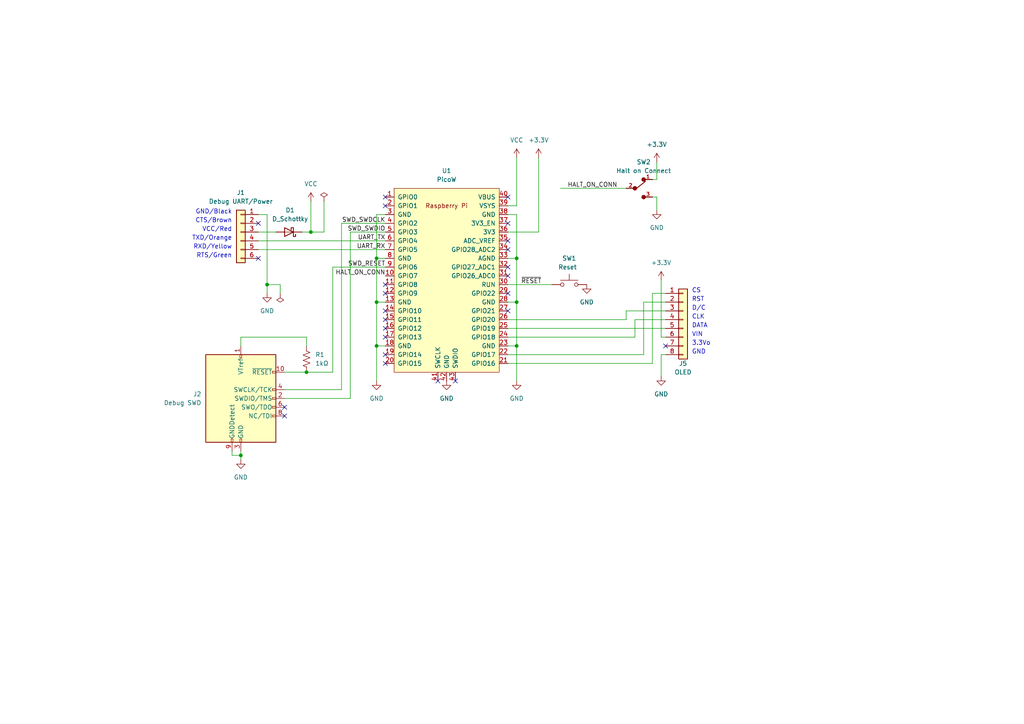
<source format=kicad_sch>
(kicad_sch (version 20231120) (generator "eeschema") (generator_version "8.0")
  (paper "A4")
  (title_block (title "MRI SWD Hardware Debugger Board") (date "2024-07-28") (rev "1.1"))
  (lib_symbols
    (symbol "Connector:Conn_ARM_JTAG_SWD_10" (pin_names (offset 1.016))
      (property "Reference" "J" (at -2.54 16.51 0))
      (property "Value" "Conn_ARM_JTAG_SWD_10" (at -2.54 13.97 0))
      (symbol "Conn_ARM_JTAG_SWD_10_0_1"
        (rectangle (start -10.16 12.7) (end 10.16 -12.7) (stroke (width 0.254)) (fill (type background)))
        (rectangle (start -2.794 -12.7) (end -2.286 -11.684))
        (rectangle (start -0.254 -12.7) (end 0.254 -11.684))
        (rectangle (start -0.254 12.7) (end 0.254 11.684))
        (rectangle (start 9.144 2.286) (end 10.16 2.794))
        (rectangle (start 10.16 -2.794) (end 9.144 -2.286))
        (rectangle (start 10.16 -0.254) (end 9.144 0.254))
        (rectangle (start 10.16 7.874) (end 9.144 7.366))
      )
      (symbol "Conn_ARM_JTAG_SWD_10_1_1"
        (rectangle (start 9.144 -5.334) (end 10.16 -4.826))
        (pin power_in line (at 0 15.24 270) (length 2.54) (name "VTref") (number "1"))
        (pin open_collector line (at 12.7 7.62 180) (length 2.54) (name "~{RESET}") (number "10"))
        (pin bidirectional line (at 12.7 0 180) (length 2.54) (name "SWDIO/TMS") (number "2"))
        (pin power_in line (at 0 -15.24 90) (length 2.54) (name "GND") (number "3"))
        (pin output line (at 12.7 2.54 180) (length 2.54) (name "SWCLK/TCK") (number "4"))
        (pin passive line (at 0 -15.24 90) (length 2.54) hide (name "GND") (number "5"))
        (pin input line (at 12.7 -2.54 180) (length 2.54) (name "SWO/TDO") (number "6"))
        (pin no_connect line (at -10.16 0 0) (length 2.54) hide (name "KEY") (number "7"))
        (pin output line (at 12.7 -5.08 180) (length 2.54) (name "NC/TDI") (number "8"))
        (pin passive line (at -2.54 -15.24 90) (length 2.54) (name "GNDDetect") (number "9"))
      )
    )
    (symbol "Connector_Generic:Conn_01x06" (pin_names (offset 1.016) hide)
      (property "Reference" "J" (at 0 7.62 0))
      (property "Value" "Conn_01x06" (at 0 -10.16 0))
      (symbol "Conn_01x06_1_1"
        (rectangle (start -1.27 -7.493) (end 0 -7.747) (stroke (width 0.1524)))
        (rectangle (start -1.27 -4.953) (end 0 -5.207) (stroke (width 0.1524)))
        (rectangle (start -1.27 -2.413) (end 0 -2.667) (stroke (width 0.1524)))
        (rectangle (start -1.27 0.127) (end 0 -0.127) (stroke (width 0.1524)))
        (rectangle (start -1.27 2.667) (end 0 2.413) (stroke (width 0.1524)))
        (rectangle (start -1.27 5.207) (end 0 4.953) (stroke (width 0.1524)))
        (rectangle (start -1.27 6.35) (end 1.27 -8.89) (stroke (width 0.254)) (fill (type background)))
        (pin passive line (at -5.08 5.08 0) (length 3.81) (name "Pin_1") (number "1"))
        (pin passive line (at -5.08 2.54 0) (length 3.81) (name "Pin_2") (number "2"))
        (pin passive line (at -5.08 0 0) (length 3.81) (name "Pin_3") (number "3"))
        (pin passive line (at -5.08 -2.54 0) (length 3.81) (name "Pin_4") (number "4"))
        (pin passive line (at -5.08 -5.08 0) (length 3.81) (name "Pin_5") (number "5"))
        (pin passive line (at -5.08 -7.62 0) (length 3.81) (name "Pin_6") (number "6"))
      )
    )
    (symbol "Connector_Generic:Conn_01x08" (pin_names (offset 1.016) hide)
      (property "Reference" "J" (at 0 10.16 0))
      (property "Value" "Conn_01x08" (at 0 -12.7 0))
      (symbol "Conn_01x08_1_1"
        (rectangle (start -1.27 -10.033) (end 0 -10.287) (stroke (width 0.1524)))
        (rectangle (start -1.27 -7.493) (end 0 -7.747) (stroke (width 0.1524)))
        (rectangle (start -1.27 -4.953) (end 0 -5.207) (stroke (width 0.1524)))
        (rectangle (start -1.27 -2.413) (end 0 -2.667) (stroke (width 0.1524)))
        (rectangle (start -1.27 0.127) (end 0 -0.127) (stroke (width 0.1524)))
        (rectangle (start -1.27 2.667) (end 0 2.413) (stroke (width 0.1524)))
        (rectangle (start -1.27 5.207) (end 0 4.953) (stroke (width 0.1524)))
        (rectangle (start -1.27 7.747) (end 0 7.493) (stroke (width 0.1524)))
        (rectangle (start -1.27 8.89) (end 1.27 -11.43) (stroke (width 0.254)) (fill (type background)))
        (pin passive line (at -5.08 7.62 0) (length 3.81) (name "Pin_1") (number "1"))
        (pin passive line (at -5.08 5.08 0) (length 3.81) (name "Pin_2") (number "2"))
        (pin passive line (at -5.08 2.54 0) (length 3.81) (name "Pin_3") (number "3"))
        (pin passive line (at -5.08 0 0) (length 3.81) (name "Pin_4") (number "4"))
        (pin passive line (at -5.08 -2.54 0) (length 3.81) (name "Pin_5") (number "5"))
        (pin passive line (at -5.08 -5.08 0) (length 3.81) (name "Pin_6") (number "6"))
        (pin passive line (at -5.08 -7.62 0) (length 3.81) (name "Pin_7") (number "7"))
        (pin passive line (at -5.08 -10.16 0) (length 3.81) (name "Pin_8") (number "8"))
      )
    )
    (symbol "Device:D_Schottky" (pin_numbers hide) (pin_names (offset 1.016) hide)
      (property "Reference" "D" (at 0 2.54 0))
      (property "Value" "D_Schottky" (at 0 -2.54 0))
      (symbol "D_Schottky_0_1"
        (polyline (pts (xy 1.27 0) (xy -1.27 0)))
        (polyline (pts (xy 1.27 1.27) (xy 1.27 -1.27) (xy -1.27 0) (xy 1.27 1.27)) (stroke (width 0.254)))
        (polyline (pts (xy -1.905 0.635) (xy -1.905 1.27) (xy -1.27 1.27) (xy -1.27 -1.27) (xy -0.635 -1.27) (xy -0.635 -0.635)) (stroke (width 0.254)))
      )
      (symbol "D_Schottky_1_1"
        (pin passive line (at -3.81 0 0) (length 2.54) (name "K") (number "1"))
        (pin passive line (at 3.81 0 180) (length 2.54) (name "A") (number "2"))
      )
    )
    (symbol "Device:R_US" (pin_numbers hide) (pin_names (offset 0))
      (property "Reference" "R" (at 2.54 0 90))
      (property "Value" "R_US" (at -2.54 0 90))
      (symbol "R_US_0_1"
        (polyline (pts (xy 0 -2.286) (xy 0 -2.54)))
        (polyline (pts (xy 0 2.286) (xy 0 2.54)))
        (polyline (pts (xy 0 -0.762) (xy 1.016 -1.143) (xy 0 -1.524) (xy -1.016 -1.905) (xy 0 -2.286)))
        (polyline (pts (xy 0 0.762) (xy 1.016 0.381) (xy 0 0) (xy -1.016 -0.381) (xy 0 -0.762)))
        (polyline (pts (xy 0 2.286) (xy 1.016 1.905) (xy 0 1.524) (xy -1.016 1.143) (xy 0 0.762)))
      )
      (symbol "R_US_1_1"
        (pin passive line (at 0 3.81 270) (length 1.27) (name "~") (number "1"))
        (pin passive line (at 0 -3.81 90) (length 1.27) (name "~") (number "2"))
      )
    )
    (symbol "JS102011JCQN:JS102011JCQN" (pin_names (offset 1.016))
      (property "Reference" "S" (at 0.0028 5.0871 0))
      (property "Value" "JS102011JCQN" (at 0.0013 -5.086 0))
      (symbol "JS102011JCQN_0_0"
        (circle (center -2.54 -0.254) (radius 0.254) (stroke (width 0.254)))
        (circle (center -2.54 0) (radius 0.254) (stroke (width 0.254)))
        (circle (center -2.54 0) (radius 0.3592) (stroke (width 0.254)))
        (circle (center -2.54 0) (radius 0.508) (stroke (width 0.254)))
        (circle (center -0.254 2.54) (radius 0.254) (stroke (width 0.254)))
        (circle (center 0 -2.794) (radius 0.254) (stroke (width 0.254)))
        (circle (center 0 -2.54) (radius 0.254) (stroke (width 0.254)))
        (circle (center 0 -2.54) (radius 0.508) (stroke (width 0.254)))
        (polyline (pts (xy -5.08 0) (xy -2.54 0)) (stroke (width 0.254)))
        (polyline (pts (xy -2.032 0) (xy 0.508 2.032)) (stroke (width 0.254)))
        (polyline (pts (xy 0 -2.54) (xy 2.54 -2.54)) (stroke (width 0.254)))
        (polyline (pts (xy 0 2.54) (xy 2.54 2.54)) (stroke (width 0.254)))
        (circle (center 0 2.54) (radius 0.254) (stroke (width 0.254)))
        (circle (center 0 2.54) (radius 0.3592) (stroke (width 0.254)))
        (circle (center 0 2.54) (radius 0.3592) (stroke (width 0.254)))
        (circle (center 0 2.54) (radius 0.508) (stroke (width 0.254)))
        (pin passive line (at 2.54 2.54 180) (length 2.54) (name "~") (number "1"))
        (pin passive line (at -5.08 0 0) (length 2.54) (name "~") (number "2"))
        (pin passive line (at 2.54 -2.54 180) (length 2.54) (name "~") (number "3"))
      )
    )
    (symbol "RPi_Pico:PicoW" (pin_names (offset 1.016))
      (property "Reference" "U" (at -13.97 27.94 0))
      (property "Value" "PicoW" (at 0 19.05 0))
      (symbol "PicoW_0_0"
        (text "Raspberry Pi" (at 0 21.59 0) (effects (font (size 1.27 1.27))))
      )
      (symbol "PicoW_0_1"
        (rectangle (start -15.24 26.67) (end 15.24 -26.67) (fill (type background)))
      )
      (symbol "PicoW_1_1"
        (pin bidirectional line (at -17.78 24.13 0) (length 2.54) (name "GPIO0") (number "1"))
        (pin bidirectional line (at -17.78 1.27 0) (length 2.54) (name "GPIO7") (number "10"))
        (pin bidirectional line (at -17.78 -1.27 0) (length 2.54) (name "GPIO8") (number "11"))
        (pin bidirectional line (at -17.78 -3.81 0) (length 2.54) (name "GPIO9") (number "12"))
        (pin power_in line (at -17.78 -6.35 0) (length 2.54) (name "GND") (number "13"))
        (pin bidirectional line (at -17.78 -8.89 0) (length 2.54) (name "GPIO10") (number "14"))
        (pin bidirectional line (at -17.78 -11.43 0) (length 2.54) (name "GPIO11") (number "15"))
        (pin bidirectional line (at -17.78 -13.97 0) (length 2.54) (name "GPIO12") (number "16"))
        (pin bidirectional line (at -17.78 -16.51 0) (length 2.54) (name "GPIO13") (number "17"))
        (pin power_in line (at -17.78 -19.05 0) (length 2.54) (name "GND") (number "18"))
        (pin bidirectional line (at -17.78 -21.59 0) (length 2.54) (name "GPIO14") (number "19"))
        (pin bidirectional line (at -17.78 21.59 0) (length 2.54) (name "GPIO1") (number "2"))
        (pin bidirectional line (at -17.78 -24.13 0) (length 2.54) (name "GPIO15") (number "20"))
        (pin bidirectional line (at 17.78 -24.13 180) (length 2.54) (name "GPIO16") (number "21"))
        (pin bidirectional line (at 17.78 -21.59 180) (length 2.54) (name "GPIO17") (number "22"))
        (pin power_in line (at 17.78 -19.05 180) (length 2.54) (name "GND") (number "23"))
        (pin bidirectional line (at 17.78 -16.51 180) (length 2.54) (name "GPIO18") (number "24"))
        (pin bidirectional line (at 17.78 -13.97 180) (length 2.54) (name "GPIO19") (number "25"))
        (pin bidirectional line (at 17.78 -11.43 180) (length 2.54) (name "GPIO20") (number "26"))
        (pin bidirectional line (at 17.78 -8.89 180) (length 2.54) (name "GPIO21") (number "27"))
        (pin power_in line (at 17.78 -6.35 180) (length 2.54) (name "GND") (number "28"))
        (pin bidirectional line (at 17.78 -3.81 180) (length 2.54) (name "GPIO22") (number "29"))
        (pin power_in line (at -17.78 19.05 0) (length 2.54) (name "GND") (number "3"))
        (pin input line (at 17.78 -1.27 180) (length 2.54) (name "RUN") (number "30"))
        (pin bidirectional line (at 17.78 1.27 180) (length 2.54) (name "GPIO26_ADC0") (number "31"))
        (pin bidirectional line (at 17.78 3.81 180) (length 2.54) (name "GPIO27_ADC1") (number "32"))
        (pin power_in line (at 17.78 6.35 180) (length 2.54) (name "AGND") (number "33"))
        (pin bidirectional line (at 17.78 8.89 180) (length 2.54) (name "GPIO28_ADC2") (number "34"))
        (pin unspecified line (at 17.78 11.43 180) (length 2.54) (name "ADC_VREF") (number "35"))
        (pin power_out line (at 17.78 13.97 180) (length 2.54) (name "3V3") (number "36"))
        (pin input line (at 17.78 16.51 180) (length 2.54) (name "3V3_EN") (number "37"))
        (pin power_in line (at 17.78 19.05 180) (length 2.54) (name "GND") (number "38"))
        (pin power_in line (at 17.78 21.59 180) (length 2.54) (name "VSYS") (number "39"))
        (pin bidirectional line (at -17.78 16.51 0) (length 2.54) (name "GPIO2") (number "4"))
        (pin unspecified line (at 17.78 24.13 180) (length 2.54) (name "VBUS") (number "40"))
        (pin input line (at -2.54 -29.21 90) (length 2.54) (name "SWCLK") (number "41"))
        (pin power_in line (at 0 -29.21 90) (length 2.54) (name "GND") (number "42"))
        (pin bidirectional line (at 2.54 -29.21 90) (length 2.54) (name "SWDIO") (number "43"))
        (pin bidirectional line (at -17.78 13.97 0) (length 2.54) (name "GPIO3") (number "5"))
        (pin bidirectional line (at -17.78 11.43 0) (length 2.54) (name "GPIO4") (number "6"))
        (pin bidirectional line (at -17.78 8.89 0) (length 2.54) (name "GPIO5") (number "7"))
        (pin power_in line (at -17.78 6.35 0) (length 2.54) (name "GND") (number "8"))
        (pin bidirectional line (at -17.78 3.81 0) (length 2.54) (name "GPIO6") (number "9"))
      )
    )
    (symbol "Switch:SW_Push" (pin_numbers hide) (pin_names (offset 1.016) hide)
      (property "Reference" "SW" (at 1.27 2.54 0))
      (property "Value" "SW_Push" (at 0 -1.524 0))
      (symbol "SW_Push_0_1"
        (circle (center -2.032 0) (radius 0.508))
        (polyline (pts (xy 0 1.27) (xy 0 3.048)))
        (polyline (pts (xy 2.54 1.27) (xy -2.54 1.27)))
        (circle (center 2.032 0) (radius 0.508))
        (pin passive line (at -5.08 0 0) (length 2.54) (name "1") (number "1"))
        (pin passive line (at 5.08 0 180) (length 2.54) (name "2") (number "2"))
      )
    )
    (symbol "power:+3.3V" (power) (pin_numbers hide) (pin_names (offset 0) hide)
      (property "Value" "+3.3V" (at 0 3.556 0))
      (symbol "+3.3V_0_1"
        (polyline (pts (xy -0.762 1.27) (xy 0 2.54)))
        (polyline (pts (xy 0 0) (xy 0 2.54)))
        (polyline (pts (xy 0 2.54) (xy 0.762 1.27)))
      )
      (symbol "+3.3V_1_1"
        (pin power_in line (at 0 0 90) (length 0) (name "~") (number "1"))
      )
    )
    (symbol "power:GND" (power) (pin_numbers hide) (pin_names (offset 0) hide)
      (property "Value" "GND" (at 0 -3.81 0))
      (symbol "GND_0_1"
        (polyline (pts (xy 0 0) (xy 0 -1.27) (xy 1.27 -1.27) (xy 0 -2.54) (xy -1.27 -1.27) (xy 0 -1.27)))
      )
      (symbol "GND_1_1"
        (pin power_in line (at 0 0 270) (length 0) (name "~") (number "1"))
      )
    )
    (symbol "power:PWR_FLAG" (power) (pin_numbers hide) (pin_names (offset 0) hide)
      (property "Value" "PWR_FLAG" (at 0 3.81 0))
      (symbol "PWR_FLAG_0_0"
        (pin power_out line (at 0 0 90) (length 0) (name "~") (number "1"))
      )
      (symbol "PWR_FLAG_0_1"
        (polyline (pts (xy 0 0) (xy 0 1.27) (xy -1.016 1.905) (xy 0 2.54) (xy 1.016 1.905) (xy 0 1.27)))
      )
    )
    (symbol "power:VCC" (power) (pin_numbers hide) (pin_names (offset 0) hide)
      (property "Value" "VCC" (at 0 3.556 0))
      (symbol "VCC_0_1"
        (polyline (pts (xy -0.762 1.27) (xy 0 2.54)))
        (polyline (pts (xy 0 0) (xy 0 2.54)))
        (polyline (pts (xy 0 2.54) (xy 0.762 1.27)))
      )
      (symbol "VCC_1_1"
        (pin power_in line (at 0 0 90) (length 0) (name "~") (number "1"))
      )
    )
  )
  (junction (at 77.47 82.55))
  (junction (at 149.86 87.63))
  (junction (at 109.22 74.93))
  (junction (at 109.22 100.33))
  (junction (at 69.85 132.08))
  (junction (at 109.22 87.63))
  (junction (at 90.17 67.31))
  (junction (at 149.86 100.33))
  (junction (at 88.9 107.95))
  (junction (at 149.86 74.93))
  (no_connect (at 127 110.49))
  (no_connect (at 193.04 100.33))
  (no_connect (at 82.55 120.65))
  (no_connect (at 82.55 118.11))
  (no_connect (at 132.08 110.49))
  (no_connect (at 111.76 57.15))
  (no_connect (at 74.93 64.77))
  (no_connect (at 74.93 74.93))
  (no_connect (at 111.76 59.69))
  (no_connect (at 111.76 90.17))
  (no_connect (at 147.32 57.15))
  (no_connect (at 147.32 72.39))
  (no_connect (at 147.32 69.85))
  (no_connect (at 147.32 64.77))
  (no_connect (at 111.76 95.25))
  (no_connect (at 111.76 97.79))
  (no_connect (at 111.76 102.87))
  (no_connect (at 111.76 105.41))
  (no_connect (at 111.76 92.71))
  (no_connect (at 147.32 77.47))
  (no_connect (at 147.32 80.01))
  (no_connect (at 147.32 85.09))
  (no_connect (at 111.76 85.09))
  (no_connect (at 111.76 82.55))
  (no_connect (at 147.32 90.17))
  (wire (pts (xy 74.93 72.39) (xy 111.76 72.39)))
  (wire (pts (xy 109.22 100.33) (xy 109.22 110.49)))
  (wire (pts (xy 69.85 132.08) (xy 69.85 133.35)))
  (wire (pts (xy 147.32 95.25) (xy 193.04 95.25)))
  (wire (pts (xy 87.63 67.31) (xy 90.17 67.31)))
  (wire (pts (xy 99.06 64.77) (xy 111.76 64.77)))
  (wire (pts (xy 189.23 57.15) (xy 190.5 57.15)))
  (wire (pts (xy 190.5 52.07) (xy 190.5 46.99)))
  (wire (pts (xy 147.32 74.93) (xy 149.86 74.93)))
  (wire (pts (xy 93.98 67.31) (xy 90.17 67.31)))
  (wire (pts (xy 147.32 82.55) (xy 160.02 82.55)))
  (wire (pts (xy 147.32 59.69) (xy 149.86 59.69)))
  (wire (pts (xy 191.77 97.79) (xy 191.77 81.28)))
  (wire (pts (xy 147.32 62.23) (xy 149.86 62.23)))
  (wire (pts (xy 109.22 62.23) (xy 109.22 74.93)))
  (wire (pts (xy 109.22 87.63) (xy 109.22 100.33)))
  (wire (pts (xy 111.76 62.23) (xy 109.22 62.23)))
  (wire (pts (xy 147.32 67.31) (xy 156.21 67.31)))
  (wire (pts (xy 193.04 87.63) (xy 186.69 87.63)))
  (wire (pts (xy 189.23 105.41) (xy 147.32 105.41)))
  (wire (pts (xy 156.21 45.72) (xy 156.21 67.31)))
  (wire (pts (xy 189.23 52.07) (xy 190.5 52.07)))
  (wire (pts (xy 111.76 87.63) (xy 109.22 87.63)))
  (wire (pts (xy 88.9 107.95) (xy 96.52 107.95)))
  (wire (pts (xy 186.69 102.87) (xy 147.32 102.87)))
  (wire (pts (xy 149.86 62.23) (xy 149.86 74.93)))
  (wire (pts (xy 109.22 74.93) (xy 109.22 87.63)))
  (wire (pts (xy 82.55 113.03) (xy 99.06 113.03)))
  (wire (pts (xy 96.52 107.95) (xy 96.52 77.47)))
  (wire (pts (xy 69.85 100.33) (xy 69.85 97.79)))
  (wire (pts (xy 101.6 67.31) (xy 111.76 67.31)))
  (wire (pts (xy 184.15 92.71) (xy 184.15 97.79)))
  (wire (pts (xy 69.85 130.81) (xy 69.85 132.08)))
  (wire (pts (xy 99.06 113.03) (xy 99.06 64.77)))
  (wire (pts (xy 67.31 132.08) (xy 69.85 132.08)))
  (wire (pts (xy 193.04 92.71) (xy 184.15 92.71)))
  (wire (pts (xy 111.76 100.33) (xy 109.22 100.33)))
  (wire (pts (xy 147.32 87.63) (xy 149.86 87.63)))
  (wire (pts (xy 190.5 57.15) (xy 190.5 60.96)))
  (wire (pts (xy 184.15 97.79) (xy 147.32 97.79)))
  (wire (pts (xy 96.52 77.47) (xy 111.76 77.47)))
  (wire (pts (xy 67.31 130.81) (xy 67.31 132.08)))
  (wire (pts (xy 189.23 85.09) (xy 189.23 105.41)))
  (wire (pts (xy 149.86 100.33) (xy 149.86 110.49)))
  (wire (pts (xy 81.28 82.55) (xy 77.47 82.55)))
  (wire (pts (xy 193.04 85.09) (xy 189.23 85.09)))
  (wire (pts (xy 90.17 67.31) (xy 90.17 58.42)))
  (wire (pts (xy 74.93 67.31) (xy 80.01 67.31)))
  (wire (pts (xy 74.93 69.85) (xy 111.76 69.85)))
  (wire (pts (xy 162.56 54.61) (xy 181.61 54.61)))
  (wire (pts (xy 77.47 82.55) (xy 77.47 85.09)))
  (wire (pts (xy 193.04 102.87) (xy 191.77 102.87)))
  (wire (pts (xy 82.55 107.95) (xy 88.9 107.95)))
  (wire (pts (xy 181.61 90.17) (xy 181.61 92.71)))
  (wire (pts (xy 111.76 74.93) (xy 109.22 74.93)))
  (wire (pts (xy 193.04 90.17) (xy 181.61 90.17)))
  (wire (pts (xy 93.98 58.42) (xy 93.98 67.31)))
  (wire (pts (xy 149.86 74.93) (xy 149.86 87.63)))
  (wire (pts (xy 88.9 97.79) (xy 88.9 100.33)))
  (wire (pts (xy 69.85 97.79) (xy 88.9 97.79)))
  (wire (pts (xy 82.55 115.57) (xy 101.6 115.57)))
  (wire (pts (xy 191.77 102.87) (xy 191.77 109.22)))
  (wire (pts (xy 74.93 62.23) (xy 77.47 62.23)))
  (wire (pts (xy 149.86 87.63) (xy 149.86 100.33)))
  (wire (pts (xy 181.61 92.71) (xy 147.32 92.71)))
  (wire (pts (xy 149.86 59.69) (xy 149.86 45.72)))
  (wire (pts (xy 193.04 97.79) (xy 191.77 97.79)))
  (wire (pts (xy 186.69 87.63) (xy 186.69 102.87)))
  (wire (pts (xy 81.28 85.09) (xy 81.28 82.55)))
  (wire (pts (xy 147.32 100.33) (xy 149.86 100.33)))
  (wire (pts (xy 101.6 115.57) (xy 101.6 67.31)))
  (wire (pts (xy 77.47 62.23) (xy 77.47 82.55)))
  (text "VCC/Red" (at 67.31 67.31 0) (effects (font (size 1.27 1.27)) (justify right bottom)))
  (text "3.3Vo" (at 200.66 100.33 0) (effects (font (size 1.27 1.27)) (justify left bottom)))
  (text "RTS/Green" (at 67.31 74.93 0) (effects (font (size 1.27 1.27)) (justify right bottom)))
  (text "TXD/Orange" (at 67.31 69.85 0) (effects (font (size 1.27 1.27)) (justify right bottom)))
  (text "RST" (at 200.66 87.63 0) (effects (font (size 1.27 1.27)) (justify left bottom)))
  (text "GND/Black" (at 67.31 62.23 0) (effects (font (size 1.27 1.27)) (justify right bottom)))
  (text "GND\n" (at 200.66 102.87 0) (effects (font (size 1.27 1.27)) (justify left bottom)))
  (text "D/C" (at 200.66 90.17 0) (effects (font (size 1.27 1.27)) (justify left bottom)))
  (text "CS" (at 200.66 85.09 0) (effects (font (size 1.27 1.27)) (justify left bottom)))
  (text "VIN" (at 200.66 97.79 0) (effects (font (size 1.27 1.27)) (justify left bottom)))
  (text "RXD/Yellow" (at 67.31 72.39 0) (effects (font (size 1.27 1.27)) (justify right bottom)))
  (text "CLK" (at 200.66 92.71 0) (effects (font (size 1.27 1.27)) (justify left bottom)))
  (text "DATA" (at 200.66 95.25 0) (effects (font (size 1.27 1.27)) (justify left bottom)))
  (text "CTS/Brown" (at 67.31 64.77 0) (effects (font (size 1.27 1.27)) (justify right bottom)))
  (label "SWD_SWDIO" (at 111.76 67.31 180))
  (label "~{RESET}" (at 151.13 82.55 0))
  (label "UART_RX" (at 111.76 72.39 180))
  (label "SWD_SWDCLK" (at 111.76 64.77 180))
  (label "SWD_RESET" (at 111.76 77.47 180))
  (label "HALT_ON_CONN" (at 179.07 54.61 180))
  (label "HALT_ON_CONN" (at 111.76 80.01 180))
  (label "UART_TX" (at 111.76 69.85 180))
  (symbol (lib_id "power:PWR_FLAG") (at 93.98 58.42 0) (unit 1)
    (property "Reference" "#FLG02" (effects (hide yes)))
    (property "Value" "PWR_FLAG" (effects (hide yes)))
    (property "Description" "Special symbol for telling ERC where power comes from" (effects (hide yes)))
  )
  (symbol (lib_id "Connector_Generic:Conn_01x08") (at 198.12 92.71 0) (unit 1)
    (property "Reference" "J5" (at 198.12 105.41 0))
    (property "Value" "OLED" (at 198.12 107.95 0))
    (property "Footprint" "Connector_PinHeader_2.54mm:PinHeader_1x08_P2.54mm_Vertical" (effects (hide yes)))
    (property "Description" "Generic connector, single row, 01x08, script generated (kicad-library-utils/schlib/autogen/connector/)" (effects (hide yes)))
  )
  (symbol (lib_id "Connector_Generic:Conn_01x06") (at 69.85 67.31 0) (mirror y) (unit 1)
    (property "Reference" "J1" (at 69.85 55.88 0))
    (property "Value" "Debug UART/Power" (at 69.85 58.42 0))
    (property "Footprint" "Connector_PinHeader_2.54mm:PinHeader_1x06_P2.54mm_Vertical" (effects (hide yes)))
    (property "Description" "Generic connector, single row, 01x06, script generated (kicad-library-utils/schlib/autogen/connector/)" (effects (hide yes)))
  )
  (symbol (lib_id "power:+3.3V") (at 156.21 45.72 0) (unit 1)
    (property "Reference" "#PWR010" (effects (hide yes)))
    (property "Value" "+3.3V" (at 156.21 40.64 0))
    (property "Description" "Power symbol creates a global label with name \"+3.3V\"" (effects (hide yes)))
  )
  (symbol (lib_id "power:PWR_FLAG") (at 81.28 85.09 180) (unit 1)
    (property "Reference" "#FLG01" (effects (hide yes)))
    (property "Value" "PWR_FLAG" (effects (hide yes)))
    (property "Description" "Special symbol for telling ERC where power comes from" (effects (hide yes)))
  )
  (symbol (lib_id "power:GND") (at 129.54 110.49 0) (unit 1)
    (property "Reference" "#PWR0101" (effects (hide yes)))
    (property "Value" "GND" (at 129.54 115.57 0))
    (property "Description" "Power symbol creates a global label with name \"GND\" , ground" (effects (hide yes)))
  )
  (symbol (lib_id "Device:R_US") (at 88.9 104.14 0) (unit 1)
    (property "Reference" "R1" (at 91.44 102.8699 0) (effects (justify left)))
    (property "Value" "1kΩ" (at 91.44 105.4099 0) (effects (justify left)))
    (property "Footprint" "Resistor_SMD:R_0805_2012Metric_Pad1.20x1.40mm_HandSolder" (effects (hide yes)))
    (property "Description" "Resistor, US symbol" (effects (hide yes)))
  )
  (symbol (lib_id "power:+3.3V") (at 190.5 46.99 0) (unit 1)
    (property "Reference" "#PWR015" (effects (hide yes)))
    (property "Value" "+3.3V" (at 190.5 41.91 0))
    (property "Description" "Power symbol creates a global label with name \"+3.3V\"" (effects (hide yes)))
  )
  (symbol (lib_id "Device:D_Schottky") (at 83.82 67.31 180) (unit 1)
    (property "Reference" "D1" (at 84.1375 60.96 0))
    (property "Value" "D_Schottky" (at 84.1375 63.5 0))
    (property "Footprint" "Diode_SMD:D_SOD-123F" (effects (hide yes)))
    (property "Description" "Schottky diode" (effects (hide yes)))
  )
  (symbol (lib_id "Connector:Conn_ARM_JTAG_SWD_10") (at 69.85 115.57 0) (unit 1)
    (property "Reference" "J2" (at 58.42 114.2999 0) (effects (justify right)))
    (property "Value" "Debug SWD" (at 58.42 116.8399 0) (effects (justify right)))
    (property "Footprint" "Footprints:CON10_2X5_DUK_FTSH_SAI" (effects (hide yes)))
    (property "Datasheet" "http://infocenter.arm.com/help/topic/com.arm.doc.ddi0314h/DDI0314H_coresight_components_trm.pdf" (effects (hide yes)))
    (property "Description" "Cortex Debug Connector, standard ARM Cortex-M SWD and JTAG interface" (effects (hide yes)))
  )
  (symbol (lib_id "power:VCC") (at 90.17 58.42 0) (unit 1)
    (property "Reference" "#PWR04" (effects (hide yes)))
    (property "Value" "VCC" (at 90.17 53.34 0))
    (property "Description" "Power symbol creates a global label with name \"VCC\"" (effects (hide yes)))
  )
  (symbol (lib_id "JS102011JCQN:JS102011JCQN") (at 186.69 54.61 0) (unit 1)
    (property "Reference" "SW2" (at 186.69 46.99 0))
    (property "Value" "Halt on Connect" (at 186.69 49.53 0))
    (property "Footprint" "Footprints:SW_JS102011JCQN" (effects (hide yes)))
    (property "PARTREV" "29 JUN 2016" (effects (hide yes)))
    (property "STANDARD" "MANUFACTURER RECOMMENDATIONS" (effects (hide yes)))
    (property "MANUFACTURER" "CK COMPONENTS" (effects (hide yes)))
  )
  (symbol (lib_id "power:GND") (at 149.86 110.49 0) (unit 1)
    (property "Reference" "#PWR09" (effects (hide yes)))
    (property "Value" "GND" (at 149.86 115.57 0))
    (property "Description" "Power symbol creates a global label with name \"GND\" , ground" (effects (hide yes)))
  )
  (symbol (lib_id "power:GND") (at 170.18 82.55 0) (unit 1)
    (property "Reference" "#PWR011" (effects (hide yes)))
    (property "Value" "GND" (at 170.18 87.63 0))
    (property "Description" "Power symbol creates a global label with name \"GND\" , ground" (effects (hide yes)))
  )
  (symbol (lib_id "power:+3.3V") (at 191.77 81.28 0) (unit 1)
    (property "Reference" "#PWR013" (effects (hide yes)))
    (property "Value" "+3.3V" (at 191.77 76.2 0))
    (property "Description" "Power symbol creates a global label with name \"+3.3V\"" (effects (hide yes)))
  )
  (symbol (lib_id "power:GND") (at 191.77 109.22 0) (unit 1)
    (property "Reference" "#PWR014" (effects (hide yes)))
    (property "Value" "GND" (at 191.77 114.3 0))
    (property "Description" "Power symbol creates a global label with name \"GND\" , ground" (effects (hide yes)))
  )
  (symbol (lib_id "power:GND") (at 109.22 110.49 0) (unit 1)
    (property "Reference" "#PWR05" (effects (hide yes)))
    (property "Value" "GND" (at 109.22 115.57 0))
    (property "Description" "Power symbol creates a global label with name \"GND\" , ground" (effects (hide yes)))
  )
  (symbol (lib_id "power:GND") (at 69.85 133.35 0) (unit 1)
    (property "Reference" "#PWR02" (effects (hide yes)))
    (property "Value" "GND" (at 69.85 138.43 0))
    (property "Description" "Power symbol creates a global label with name \"GND\" , ground" (effects (hide yes)))
  )
  (symbol (lib_id "power:VCC") (at 149.86 45.72 0) (unit 1)
    (property "Reference" "#PWR08" (effects (hide yes)))
    (property "Value" "VCC" (at 149.86 40.64 0))
    (property "Description" "Power symbol creates a global label with name \"VCC\"" (effects (hide yes)))
  )
  (symbol (lib_id "Switch:SW_Push") (at 165.1 82.55 0) (unit 1)
    (property "Reference" "SW1" (at 165.1 74.93 0))
    (property "Value" "Reset " (at 165.1 77.47 0))
    (property "Footprint" "Footprints:Adafruit-SPST-Switch-7" (effects (hide yes)))
    (property "Description" "Push button switch, generic, two pins" (effects (hide yes)))
  )
  (symbol (lib_id "power:GND") (at 190.5 60.96 0) (unit 1)
    (property "Reference" "#PWR016" (effects (hide yes)))
    (property "Value" "GND" (at 190.5 66.04 0))
    (property "Description" "Power symbol creates a global label with name \"GND\" , ground" (effects (hide yes)))
  )
  (symbol (lib_id "RPi_Pico:PicoW") (at 129.54 81.28 0) (unit 1)
    (property "Reference" "U1" (at 129.54 49.53 0))
    (property "Value" "PicoW" (at 129.54 52.07 0))
    (property "Footprint" "Footprints:RPi_PicoW_SMD_TH" (effects (hide yes)))
  )
  (symbol (lib_id "power:GND") (at 77.47 85.09 0) (unit 1)
    (property "Reference" "#PWR03" (effects (hide yes)))
    (property "Value" "GND" (at 77.47 90.17 0))
    (property "Description" "Power symbol creates a global label with name \"GND\" , ground" (effects (hide yes)))
  )
)
</source>
